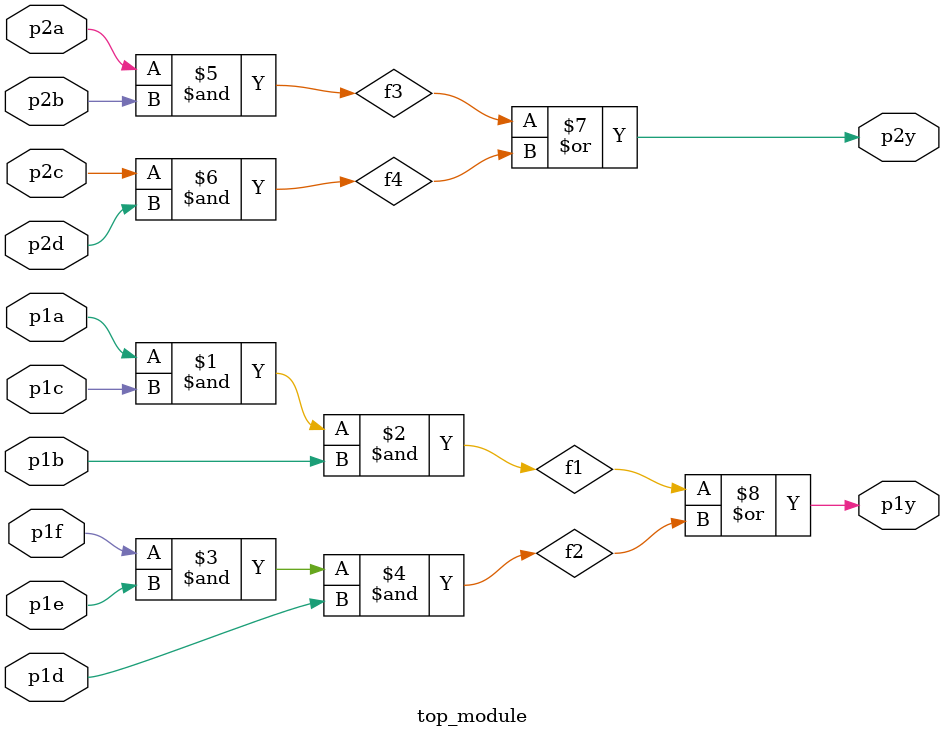
<source format=v>
module top_module ( 
    input p1a, p1b, p1c, p1d, p1e, p1f,
    output p1y,
    input p2a, p2b, p2c, p2d,
    output p2y );
    
    wire f1, f2, f3, f4;
    
    assign f1 = p1a & p1c & p1b;
    assign f2 = p1f & p1e & p1d;
    assign f3 = p2a & p2b;
    assign f4 = p2c & p2d;
    
    assign p2y = f3 | f4;    
    assign p1y = f1 | f2;

endmodule
</source>
